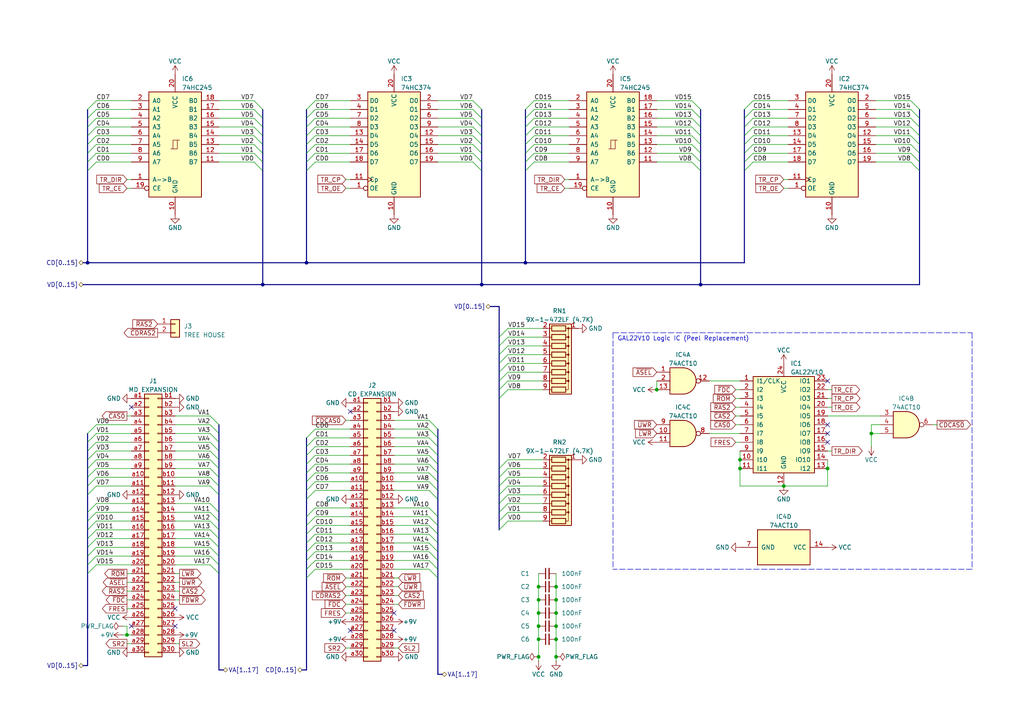
<source format=kicad_sch>
(kicad_sch (version 20250114) (generator "eeschema") (generator_version "9.0")
  (paper "A4")
  (title_block (title "MegaCD Connect BD Remake") (date "2026-01-02") (rev "V2.3") (company "Board Folk"))
  (text "GAL22V10 Logic IC (Peel Replacement)" (at 179.07 99.06 0) (effects (font (size 1.27 1.27)) (justify left bottom)))
  (junction (at 161.29 181.61))
  (junction (at 156.21 170.18))
  (junction (at 25.4 76.2))
  (junction (at 214.63 135.89))
  (junction (at 227.33 140.97))
  (junction (at 161.29 185.42))
  (junction (at 139.7 82.55))
  (junction (at 88.9 76.2))
  (junction (at 161.29 190.5))
  (junction (at 203.2 82.55))
  (junction (at 156.21 181.61))
  (junction (at 240.03 135.89))
  (junction (at 161.29 173.99))
  (junction (at 214.63 133.35))
  (junction (at 161.29 170.18))
  (junction (at 190.5 113.03))
  (junction (at 156.21 185.42))
  (junction (at 156.21 190.5))
  (junction (at 76.2 82.55))
  (junction (at 36.83 184.15))
  (junction (at 252.73 125.73))
  (junction (at 152.4 76.2))
  (junction (at 156.21 177.8))
  (junction (at 161.29 177.8))
  (junction (at 156.21 173.99))
  (no_connect (at 114.3 177.8))
  (no_connect (at 38.1 181.61))
  (no_connect (at 50.8 176.53))
  (no_connect (at 240.03 128.27))
  (no_connect (at 240.03 123.19))
  (no_connect (at 240.03 110.49))
  (no_connect (at 38.1 118.11))
  (no_connect (at 240.03 125.73))
  (no_connect (at 101.6 119.38))
  (no_connect (at 50.8 181.61))
  (no_connect (at 101.6 182.88))
  (no_connect (at 114.3 182.88))
  (bus_entry (at 60.96 148.59) (size 2.54 2.54))
  (bus_entry (at 91.44 132.08) (size -2.54 2.54))
  (bus_entry (at 147.32 151.13) (size -2.54 2.54))
  (bus_entry (at 27.94 133.35) (size -2.54 2.54))
  (bus_entry (at 73.66 41.91) (size 2.54 2.54))
  (bus_entry (at 27.94 36.83) (size -2.54 2.54))
  (bus_entry (at 91.44 137.16) (size -2.54 2.54))
  (bus_entry (at 91.44 139.7) (size -2.54 2.54))
  (bus_entry (at 73.66 34.29) (size 2.54 2.54))
  (bus_entry (at 124.46 154.94) (size 2.54 2.54))
  (bus_entry (at 91.44 127) (size -2.54 2.54))
  (bus_entry (at 27.94 156.21) (size -2.54 2.54))
  (bus_entry (at 124.46 121.92) (size 2.54 2.54))
  (bus_entry (at 218.44 31.75) (size -2.54 2.54))
  (bus_entry (at 91.44 29.21) (size -2.54 2.54))
  (bus_entry (at 124.46 142.24) (size 2.54 2.54))
  (bus_entry (at 27.94 128.27) (size -2.54 2.54))
  (bus_entry (at 73.66 44.45) (size 2.54 2.54))
  (bus_entry (at 60.96 133.35) (size 2.54 2.54))
  (bus_entry (at 147.32 143.51) (size -2.54 2.54))
  (bus_entry (at 218.44 29.21) (size -2.54 2.54))
  (bus_entry (at 91.44 31.75) (size -2.54 2.54))
  (bus_entry (at 27.94 130.81) (size -2.54 2.54))
  (bus_entry (at 60.96 140.97) (size 2.54 2.54))
  (bus_entry (at 27.94 46.99) (size -2.54 2.54))
  (bus_entry (at 147.32 110.49) (size -2.54 2.54))
  (bus_entry (at 137.16 36.83) (size 2.54 2.54))
  (bus_entry (at 218.44 36.83) (size -2.54 2.54))
  (bus_entry (at 147.32 148.59) (size -2.54 2.54))
  (bus_entry (at 137.16 44.45) (size 2.54 2.54))
  (bus_entry (at 200.66 41.91) (size 2.54 2.54))
  (bus_entry (at 91.44 162.56) (size -2.54 2.54))
  (bus_entry (at 147.32 100.33) (size -2.54 2.54))
  (bus_entry (at 154.94 31.75) (size -2.54 2.54))
  (bus_entry (at 264.16 44.45) (size 2.54 2.54))
  (bus_entry (at 73.66 36.83) (size 2.54 2.54))
  (bus_entry (at 27.94 138.43) (size -2.54 2.54))
  (bus_entry (at 218.44 44.45) (size -2.54 2.54))
  (bus_entry (at 124.46 147.32) (size 2.54 2.54))
  (bus_entry (at 124.46 124.46) (size 2.54 2.54))
  (bus_entry (at 200.66 39.37) (size 2.54 2.54))
  (bus_entry (at 27.94 41.91) (size -2.54 2.54))
  (bus_entry (at 154.94 34.29) (size -2.54 2.54))
  (bus_entry (at 27.94 148.59) (size -2.54 2.54))
  (bus_entry (at 91.44 142.24) (size -2.54 2.54))
  (bus_entry (at 60.96 163.83) (size 2.54 2.54))
  (bus_entry (at 73.66 31.75) (size 2.54 2.54))
  (bus_entry (at 147.32 113.03) (size -2.54 2.54))
  (bus_entry (at 60.96 161.29) (size 2.54 2.54))
  (bus_entry (at 73.66 39.37) (size 2.54 2.54))
  (bus_entry (at 147.32 105.41) (size -2.54 2.54))
  (bus_entry (at 91.44 134.62) (size -2.54 2.54))
  (bus_entry (at 73.66 29.21) (size 2.54 2.54))
  (bus_entry (at 91.44 147.32) (size -2.54 2.54))
  (bus_entry (at 124.46 157.48) (size 2.54 2.54))
  (bus_entry (at 147.32 95.25) (size -2.54 2.54))
  (bus_entry (at 124.46 162.56) (size 2.54 2.54))
  (bus_entry (at 137.16 41.91) (size 2.54 2.54))
  (bus_entry (at 91.44 152.4) (size -2.54 2.54))
  (bus_entry (at 91.44 154.94) (size -2.54 2.54))
  (bus_entry (at 27.94 39.37) (size -2.54 2.54))
  (bus_entry (at 91.44 39.37) (size -2.54 2.54))
  (bus_entry (at 91.44 149.86) (size -2.54 2.54))
  (bus_entry (at 91.44 36.83) (size -2.54 2.54))
  (bus_entry (at 27.94 29.21) (size -2.54 2.54))
  (bus_entry (at 27.94 146.05) (size -2.54 2.54))
  (bus_entry (at 124.46 160.02) (size 2.54 2.54))
  (bus_entry (at 60.96 123.19) (size 2.54 2.54))
  (bus_entry (at 124.46 129.54) (size 2.54 2.54))
  (bus_entry (at 264.16 46.99) (size 2.54 2.54))
  (bus_entry (at 91.44 157.48) (size -2.54 2.54))
  (bus_entry (at 27.94 34.29) (size -2.54 2.54))
  (bus_entry (at 147.32 97.79) (size -2.54 2.54))
  (bus_entry (at 60.96 151.13) (size 2.54 2.54))
  (bus_entry (at 91.44 46.99) (size -2.54 2.54))
  (bus_entry (at 154.94 41.91) (size -2.54 2.54))
  (bus_entry (at 137.16 31.75) (size 2.54 2.54))
  (bus_entry (at 91.44 129.54) (size -2.54 2.54))
  (bus_entry (at 27.94 153.67) (size -2.54 2.54))
  (bus_entry (at 60.96 128.27) (size 2.54 2.54))
  (bus_entry (at 137.16 34.29) (size 2.54 2.54))
  (bus_entry (at 60.96 146.05) (size 2.54 2.54))
  (bus_entry (at 218.44 46.99) (size -2.54 2.54))
  (bus_entry (at 137.16 46.99) (size 2.54 2.54))
  (bus_entry (at 154.94 46.99) (size -2.54 2.54))
  (bus_entry (at 27.94 125.73) (size -2.54 2.54))
  (bus_entry (at 91.44 41.91) (size -2.54 2.54))
  (bus_entry (at 60.96 120.65) (size 2.54 2.54))
  (bus_entry (at 91.44 124.46) (size -2.54 2.54))
  (bus_entry (at 124.46 152.4) (size 2.54 2.54))
  (bus_entry (at 137.16 39.37) (size 2.54 2.54))
  (bus_entry (at 27.94 135.89) (size -2.54 2.54))
  (bus_entry (at 124.46 134.62) (size 2.54 2.54))
  (bus_entry (at 154.94 39.37) (size -2.54 2.54))
  (bus_entry (at 147.32 140.97) (size -2.54 2.54))
  (bus_entry (at 147.32 146.05) (size -2.54 2.54))
  (bus_entry (at 124.46 139.7) (size 2.54 2.54))
  (bus_entry (at 73.66 46.99) (size 2.54 2.54))
  (bus_entry (at 124.46 149.86) (size 2.54 2.54))
  (bus_entry (at 154.94 36.83) (size -2.54 2.54))
  (bus_entry (at 264.16 29.21) (size 2.54 2.54))
  (bus_entry (at 27.94 161.29) (size -2.54 2.54))
  (bus_entry (at 124.46 132.08) (size 2.54 2.54))
  (bus_entry (at 218.44 34.29) (size -2.54 2.54))
  (bus_entry (at 147.32 138.43) (size -2.54 2.54))
  (bus_entry (at 154.94 29.21) (size -2.54 2.54))
  (bus_entry (at 137.16 29.21) (size 2.54 2.54))
  (bus_entry (at 154.94 44.45) (size -2.54 2.54))
  (bus_entry (at 218.44 39.37) (size -2.54 2.54))
  (bus_entry (at 91.44 160.02) (size -2.54 2.54))
  (bus_entry (at 124.46 137.16) (size 2.54 2.54))
  (bus_entry (at 27.94 31.75) (size -2.54 2.54))
  (bus_entry (at 147.32 133.35) (size -2.54 2.54))
  (bus_entry (at 264.16 36.83) (size 2.54 2.54))
  (bus_entry (at 27.94 163.83) (size -2.54 2.54))
  (bus_entry (at 91.44 44.45) (size -2.54 2.54))
  (bus_entry (at 264.16 34.29) (size 2.54 2.54))
  (bus_entry (at 60.96 135.89) (size 2.54 2.54))
  (bus_entry (at 60.96 138.43) (size 2.54 2.54))
  (bus_entry (at 60.96 158.75) (size 2.54 2.54))
  (bus_entry (at 200.66 34.29) (size 2.54 2.54))
  (bus_entry (at 147.32 107.95) (size -2.54 2.54))
  (bus_entry (at 200.66 44.45) (size 2.54 2.54))
  (bus_entry (at 27.94 123.19) (size -2.54 2.54))
  (bus_entry (at 200.66 46.99) (size 2.54 2.54))
  (bus_entry (at 27.94 44.45) (size -2.54 2.54))
  (bus_entry (at 200.66 36.83) (size 2.54 2.54))
  (bus_entry (at 147.32 102.87) (size -2.54 2.54))
  (bus_entry (at 60.96 125.73) (size 2.54 2.54))
  (bus_entry (at 91.44 165.1) (size -2.54 2.54))
  (bus_entry (at 27.94 158.75) (size -2.54 2.54))
  (bus_entry (at 147.32 135.89) (size -2.54 2.54))
  (bus_entry (at 264.16 31.75) (size 2.54 2.54))
  (bus_entry (at 124.46 165.1) (size 2.54 2.54))
  (bus_entry (at 200.66 31.75) (size 2.54 2.54))
  (bus_entry (at 27.94 151.13) (size -2.54 2.54))
  (bus_entry (at 27.94 140.97) (size -2.54 2.54))
  (bus_entry (at 200.66 29.21) (size 2.54 2.54))
  (bus_entry (at 124.46 127) (size 2.54 2.54))
  (bus_entry (at 264.16 39.37) (size 2.54 2.54))
  (bus_entry (at 60.96 130.81) (size 2.54 2.54))
  (bus_entry (at 264.16 41.91) (size 2.54 2.54))
  (bus_entry (at 91.44 34.29) (size -2.54 2.54))
  (bus_entry (at 60.96 156.21) (size 2.54 2.54))
  (bus_entry (at 218.44 41.91) (size -2.54 2.54))
  (bus_entry (at 60.96 153.67) (size 2.54 2.54))
  (bus (pts (xy 203.2 82.55) (xy 266.7 82.55)))
  (wire (pts (xy 218.44 36.83) (xy 228.6 36.83)))
  (bus (pts (xy 88.9 129.54) (xy 88.9 132.08)))
  (bus (pts (xy 25.4 34.29) (xy 25.4 36.83)))
  (wire (pts (xy 36.83 54.61) (xy 38.1 54.61)))
  (wire (pts (xy 27.94 123.19) (xy 38.1 123.19)))
  (bus (pts (xy 127 129.54) (xy 127 132.08)))
  (wire (pts (xy 91.44 154.94) (xy 101.6 154.94)))
  (bus (pts (xy 25.4 125.73) (xy 25.4 128.27)))
  (wire (pts (xy 73.66 36.83) (xy 63.5 36.83)))
  (bus (pts (xy 25.4 163.83) (xy 25.4 166.37)))
  (bus (pts (xy 25.4 130.81) (xy 25.4 133.35)))
  (bus (pts (xy 76.2 39.37) (xy 76.2 41.91)))
  (wire (pts (xy 154.94 39.37) (xy 165.1 39.37)))
  (wire (pts (xy 115.57 172.72) (xy 114.3 172.72)))
  (wire (pts (xy 218.44 46.99) (xy 228.6 46.99)))
  (wire (pts (xy 124.46 121.92) (xy 114.3 121.92)))
  (wire (pts (xy 100.33 170.18) (xy 101.6 170.18)))
  (wire (pts (xy 36.83 171.45) (xy 38.1 171.45)))
  (bus (pts (xy 88.9 142.24) (xy 88.9 144.78)))
  (bus (pts (xy 76.2 46.99) (xy 76.2 49.53)))
  (bus (pts (xy 139.7 34.29) (xy 139.7 36.83)))
  (wire (pts (xy 60.96 140.97) (xy 50.8 140.97)))
  (wire (pts (xy 264.16 34.29) (xy 254 34.29)))
  (bus (pts (xy 144.78 146.05) (xy 144.78 148.59)))
  (wire (pts (xy 264.16 39.37) (xy 254 39.37)))
  (wire (pts (xy 60.96 133.35) (xy 50.8 133.35)))
  (wire (pts (xy 115.57 187.96) (xy 114.3 187.96)))
  (bus (pts (xy 144.78 140.97) (xy 144.78 143.51)))
  (bus (pts (xy 88.9 134.62) (xy 88.9 137.16)))
  (wire (pts (xy 124.46 124.46) (xy 114.3 124.46)))
  (wire (pts (xy 154.94 34.29) (xy 165.1 34.29)))
  (wire (pts (xy 52.07 186.69) (xy 50.8 186.69)))
  (wire (pts (xy 27.94 44.45) (xy 38.1 44.45)))
  (bus (pts (xy 127 127) (xy 127 129.54)))
  (wire (pts (xy 124.46 160.02) (xy 114.3 160.02)))
  (wire (pts (xy 214.63 130.81) (xy 214.63 133.35)))
  (bus (pts (xy 63.5 143.51) (xy 63.5 148.59)))
  (wire (pts (xy 27.94 158.75) (xy 38.1 158.75)))
  (bus (pts (xy 127 124.46) (xy 127 127)))
  (wire (pts (xy 36.83 166.37) (xy 38.1 166.37)))
  (bus (pts (xy 24.13 193.04) (xy 25.4 193.04)))
  (bus (pts (xy 63.5 163.83) (xy 63.5 166.37)))
  (wire (pts (xy 36.83 168.91) (xy 38.1 168.91)))
  (wire (pts (xy 27.94 125.73) (xy 38.1 125.73)))
  (bus (pts (xy 63.5 138.43) (xy 63.5 140.97)))
  (wire (pts (xy 27.94 146.05) (xy 38.1 146.05)))
  (wire (pts (xy 214.63 140.97) (xy 227.33 140.97)))
  (wire (pts (xy 213.36 123.19) (xy 214.63 123.19)))
  (wire (pts (xy 137.16 29.21) (xy 127 29.21)))
  (wire (pts (xy 100.33 187.96) (xy 101.6 187.96)))
  (bus (pts (xy 63.5 133.35) (xy 63.5 135.89)))
  (wire (pts (xy 60.96 130.81) (xy 50.8 130.81)))
  (wire (pts (xy 36.83 173.99) (xy 38.1 173.99)))
  (wire (pts (xy 240.03 113.03) (xy 241.3 113.03)))
  (bus (pts (xy 88.9 46.99) (xy 88.9 49.53)))
  (wire (pts (xy 91.44 137.16) (xy 101.6 137.16)))
  (wire (pts (xy 240.03 135.89) (xy 240.03 140.97)))
  (bus (pts (xy 88.9 132.08) (xy 88.9 134.62)))
  (wire (pts (xy 270.51 123.19) (xy 271.78 123.19)))
  (wire (pts (xy 91.44 124.46) (xy 101.6 124.46)))
  (wire (pts (xy 73.66 29.21) (xy 63.5 29.21)))
  (bus (pts (xy 152.4 36.83) (xy 152.4 39.37)))
  (bus (pts (xy 127 132.08) (xy 127 134.62)))
  (wire (pts (xy 124.46 162.56) (xy 114.3 162.56)))
  (bus (pts (xy 88.9 160.02) (xy 88.9 162.56)))
  (bus (pts (xy 127 165.1) (xy 127 167.64)))
  (wire (pts (xy 91.44 36.83) (xy 101.6 36.83)))
  (wire (pts (xy 147.32 148.59) (xy 157.48 148.59)))
  (bus (pts (xy 88.9 149.86) (xy 88.9 152.4)))
  (wire (pts (xy 240.03 133.35) (xy 240.03 135.89)))
  (bus (pts (xy 266.7 31.75) (xy 266.7 34.29)))
  (bus (pts (xy 144.78 135.89) (xy 144.78 138.43)))
  (bus (pts (xy 88.9 36.83) (xy 88.9 39.37)))
  (bus (pts (xy 139.7 41.91) (xy 139.7 44.45)))
  (wire (pts (xy 147.32 143.51) (xy 157.48 143.51)))
  (bus (pts (xy 25.4 133.35) (xy 25.4 135.89)))
  (bus (pts (xy 139.7 39.37) (xy 139.7 41.91)))
  (bus (pts (xy 215.9 36.83) (xy 215.9 39.37)))
  (wire (pts (xy 27.94 156.21) (xy 38.1 156.21)))
  (polyline (pts (xy 281.94 96.52) (xy 281.94 165.1)) (stroke (width 0) (type dash)))
  (bus (pts (xy 24.13 82.55) (xy 76.2 82.55)))
  (wire (pts (xy 147.32 151.13) (xy 157.48 151.13)))
  (bus (pts (xy 88.9 144.78) (xy 88.9 149.86)))
  (wire (pts (xy 124.46 147.32) (xy 114.3 147.32)))
  (bus (pts (xy 152.4 76.2) (xy 215.9 76.2)))
  (bus (pts (xy 25.4 76.2) (xy 88.9 76.2)))
  (wire (pts (xy 214.63 135.89) (xy 214.63 140.97)))
  (bus (pts (xy 88.9 162.56) (xy 88.9 165.1)))
  (wire (pts (xy 124.46 142.24) (xy 114.3 142.24)))
  (bus (pts (xy 88.9 39.37) (xy 88.9 41.91)))
  (wire (pts (xy 156.21 166.37) (xy 156.21 170.18)))
  (wire (pts (xy 156.21 177.8) (xy 156.21 181.61)))
  (wire (pts (xy 60.96 128.27) (xy 50.8 128.27)))
  (bus (pts (xy 76.2 44.45) (xy 76.2 46.99)))
  (bus (pts (xy 88.9 49.53) (xy 88.9 76.2)))
  (wire (pts (xy 213.36 113.03) (xy 214.63 113.03)))
  (wire (pts (xy 60.96 125.73) (xy 50.8 125.73)))
  (bus (pts (xy 25.4 46.99) (xy 25.4 49.53)))
  (wire (pts (xy 147.32 95.25) (xy 157.48 95.25)))
  (bus (pts (xy 127 195.58) (xy 127 167.64)))
  (bus (pts (xy 25.4 161.29) (xy 25.4 163.83)))
  (bus (pts (xy 266.7 36.83) (xy 266.7 39.37)))
  (wire (pts (xy 60.96 120.65) (xy 50.8 120.65)))
  (bus (pts (xy 76.2 49.53) (xy 76.2 82.55)))
  (wire (pts (xy 137.16 41.91) (xy 127 41.91)))
  (bus (pts (xy 88.9 137.16) (xy 88.9 139.7)))
  (bus (pts (xy 266.7 44.45) (xy 266.7 46.99)))
  (bus (pts (xy 25.4 44.45) (xy 25.4 46.99)))
  (wire (pts (xy 154.94 36.83) (xy 165.1 36.83)))
  (bus (pts (xy 215.9 41.91) (xy 215.9 44.45)))
  (wire (pts (xy 27.94 34.29) (xy 38.1 34.29)))
  (wire (pts (xy 100.33 175.26) (xy 101.6 175.26)))
  (bus (pts (xy 266.7 34.29) (xy 266.7 36.83)))
  (wire (pts (xy 91.44 160.02) (xy 101.6 160.02)))
  (wire (pts (xy 264.16 31.75) (xy 254 31.75)))
  (bus (pts (xy 63.5 123.19) (xy 63.5 125.73)))
  (wire (pts (xy 255.27 123.19) (xy 252.73 123.19)))
  (wire (pts (xy 91.44 39.37) (xy 101.6 39.37)))
  (wire (pts (xy 218.44 29.21) (xy 228.6 29.21)))
  (bus (pts (xy 88.9 34.29) (xy 88.9 36.83)))
  (bus (pts (xy 25.4 193.04) (xy 25.4 166.37)))
  (bus (pts (xy 266.7 41.91) (xy 266.7 44.45)))
  (wire (pts (xy 147.32 100.33) (xy 157.48 100.33)))
  (bus (pts (xy 139.7 49.53) (xy 139.7 82.55)))
  (bus (pts (xy 63.5 161.29) (xy 63.5 163.83)))
  (bus (pts (xy 127 160.02) (xy 127 162.56)))
  (bus (pts (xy 139.7 46.99) (xy 139.7 49.53)))
  (bus (pts (xy 203.2 49.53) (xy 203.2 82.55)))
  (bus (pts (xy 88.9 194.31) (xy 88.9 167.64)))
  (wire (pts (xy 147.32 102.87) (xy 157.48 102.87)))
  (wire (pts (xy 27.94 138.43) (xy 38.1 138.43)))
  (wire (pts (xy 137.16 31.75) (xy 127 31.75)))
  (wire (pts (xy 91.44 157.48) (xy 101.6 157.48)))
  (bus (pts (xy 152.4 39.37) (xy 152.4 41.91)))
  (bus (pts (xy 203.2 31.75) (xy 203.2 34.29)))
  (wire (pts (xy 161.29 166.37) (xy 161.29 170.18)))
  (wire (pts (xy 73.66 39.37) (xy 63.5 39.37)))
  (wire (pts (xy 264.16 46.99) (xy 254 46.99)))
  (polyline (pts (xy 281.94 165.1) (xy 177.8 165.1)) (stroke (width 0) (type dash)))
  (wire (pts (xy 124.46 127) (xy 114.3 127)))
  (bus (pts (xy 76.2 41.91) (xy 76.2 44.45)))
  (bus (pts (xy 215.9 31.75) (xy 215.9 34.29)))
  (wire (pts (xy 147.32 107.95) (xy 157.48 107.95)))
  (wire (pts (xy 156.21 181.61) (xy 156.21 185.42)))
  (wire (pts (xy 124.46 149.86) (xy 114.3 149.86)))
  (wire (pts (xy 91.44 132.08) (xy 101.6 132.08)))
  (wire (pts (xy 264.16 36.83) (xy 254 36.83)))
  (bus (pts (xy 88.9 127) (xy 88.9 129.54)))
  (bus (pts (xy 128.27 195.58) (xy 127 195.58)))
  (bus (pts (xy 64.77 194.31) (xy 63.5 194.31)))
  (wire (pts (xy 91.44 152.4) (xy 101.6 152.4)))
  (bus (pts (xy 142.24 88.9) (xy 144.78 88.9)))
  (wire (pts (xy 213.36 128.27) (xy 214.63 128.27)))
  (wire (pts (xy 100.33 167.64) (xy 101.6 167.64)))
  (bus (pts (xy 88.9 44.45) (xy 88.9 46.99)))
  (wire (pts (xy 27.94 39.37) (xy 38.1 39.37)))
  (bus (pts (xy 144.78 151.13) (xy 144.78 153.67)))
  (wire (pts (xy 124.46 152.4) (xy 114.3 152.4)))
  (bus (pts (xy 88.9 157.48) (xy 88.9 160.02)))
  (wire (pts (xy 52.07 173.99) (xy 50.8 173.99)))
  (bus (pts (xy 63.5 194.31) (xy 63.5 166.37)))
  (wire (pts (xy 200.66 41.91) (xy 190.5 41.91)))
  (bus (pts (xy 144.78 97.79) (xy 144.78 88.9)))
  (bus (pts (xy 63.5 140.97) (xy 63.5 143.51)))
  (bus (pts (xy 63.5 151.13) (xy 63.5 153.67)))
  (wire (pts (xy 218.44 34.29) (xy 228.6 34.29)))
  (bus (pts (xy 152.4 44.45) (xy 152.4 46.99)))
  (polyline (pts (xy 177.8 96.52) (xy 177.8 165.1)) (stroke (width 0) (type dash)))
  (wire (pts (xy 200.66 44.45) (xy 190.5 44.45)))
  (bus (pts (xy 127 149.86) (xy 127 152.4)))
  (wire (pts (xy 154.94 46.99) (xy 165.1 46.99)))
  (wire (pts (xy 154.94 31.75) (xy 165.1 31.75)))
  (bus (pts (xy 144.78 138.43) (xy 144.78 140.97)))
  (bus (pts (xy 25.4 148.59) (xy 25.4 151.13)))
  (bus (pts (xy 127 134.62) (xy 127 137.16)))
  (wire (pts (xy 60.96 146.05) (xy 50.8 146.05)))
  (bus (pts (xy 144.78 113.03) (xy 144.78 115.57)))
  (bus (pts (xy 215.9 49.53) (xy 215.9 76.2)))
  (wire (pts (xy 147.32 133.35) (xy 157.48 133.35)))
  (bus (pts (xy 24.13 76.2) (xy 25.4 76.2)))
  (bus (pts (xy 127 152.4) (xy 127 154.94)))
  (wire (pts (xy 137.16 39.37) (xy 127 39.37)))
  (wire (pts (xy 147.32 138.43) (xy 157.48 138.43)))
  (wire (pts (xy 60.96 151.13) (xy 50.8 151.13)))
  (wire (pts (xy 36.83 181.61) (xy 36.83 184.15)))
  (wire (pts (xy 124.46 157.48) (xy 114.3 157.48)))
  (wire (pts (xy 213.36 115.57) (xy 214.63 115.57)))
  (bus (pts (xy 203.2 36.83) (xy 203.2 39.37)))
  (wire (pts (xy 200.66 34.29) (xy 190.5 34.29)))
  (bus (pts (xy 127 139.7) (xy 127 142.24)))
  (wire (pts (xy 36.83 52.07) (xy 38.1 52.07)))
  (wire (pts (xy 156.21 170.18) (xy 156.21 173.99)))
  (bus (pts (xy 88.9 76.2) (xy 152.4 76.2)))
  (wire (pts (xy 147.32 105.41) (xy 157.48 105.41)))
  (bus (pts (xy 152.4 34.29) (xy 152.4 36.83)))
  (bus (pts (xy 25.4 158.75) (xy 25.4 161.29)))
  (wire (pts (xy 264.16 41.91) (xy 254 41.91)))
  (bus (pts (xy 88.9 41.91) (xy 88.9 44.45)))
  (wire (pts (xy 27.94 148.59) (xy 38.1 148.59)))
  (wire (pts (xy 27.94 153.67) (xy 38.1 153.67)))
  (wire (pts (xy 100.33 54.61) (xy 101.6 54.61)))
  (wire (pts (xy 156.21 185.42) (xy 156.21 190.5)))
  (wire (pts (xy 52.07 166.37) (xy 50.8 166.37)))
  (bus (pts (xy 63.5 153.67) (xy 63.5 156.21)))
  (bus (pts (xy 139.7 31.75) (xy 139.7 34.29)))
  (bus (pts (xy 266.7 39.37) (xy 266.7 41.91)))
  (wire (pts (xy 137.16 34.29) (xy 127 34.29)))
  (wire (pts (xy 60.96 123.19) (xy 50.8 123.19)))
  (bus (pts (xy 88.9 154.94) (xy 88.9 157.48)))
  (wire (pts (xy 91.44 41.91) (xy 101.6 41.91)))
  (wire (pts (xy 154.94 29.21) (xy 165.1 29.21)))
  (bus (pts (xy 144.78 105.41) (xy 144.78 107.95)))
  (bus (pts (xy 215.9 39.37) (xy 215.9 41.91)))
  (wire (pts (xy 240.03 130.81) (xy 241.3 130.81)))
  (bus (pts (xy 144.78 110.49) (xy 144.78 113.03)))
  (wire (pts (xy 147.32 135.89) (xy 157.48 135.89)))
  (wire (pts (xy 27.94 140.97) (xy 38.1 140.97)))
  (bus (pts (xy 88.9 152.4) (xy 88.9 154.94)))
  (wire (pts (xy 190.5 110.49) (xy 190.5 113.03)))
  (bus (pts (xy 63.5 156.21) (xy 63.5 158.75)))
  (bus (pts (xy 25.4 140.97) (xy 25.4 143.51)))
  (bus (pts (xy 215.9 46.99) (xy 215.9 49.53)))
  (bus (pts (xy 215.9 34.29) (xy 215.9 36.83)))
  (bus (pts (xy 25.4 36.83) (xy 25.4 39.37)))
  (wire (pts (xy 100.33 52.07) (xy 101.6 52.07)))
  (wire (pts (xy 218.44 41.91) (xy 228.6 41.91)))
  (wire (pts (xy 91.44 134.62) (xy 101.6 134.62)))
  (wire (pts (xy 27.94 161.29) (xy 38.1 161.29)))
  (wire (pts (xy 91.44 165.1) (xy 101.6 165.1)))
  (bus (pts (xy 25.4 151.13) (xy 25.4 153.67)))
  (wire (pts (xy 52.07 171.45) (xy 50.8 171.45)))
  (wire (pts (xy 240.03 120.65) (xy 255.27 120.65)))
  (wire (pts (xy 124.46 139.7) (xy 114.3 139.7)))
  (bus (pts (xy 127 144.78) (xy 127 149.86)))
  (wire (pts (xy 252.73 123.19) (xy 252.73 125.73)))
  (wire (pts (xy 213.36 120.65) (xy 214.63 120.65)))
  (bus (pts (xy 139.7 82.55) (xy 203.2 82.55)))
  (wire (pts (xy 124.46 165.1) (xy 114.3 165.1)))
  (wire (pts (xy 91.44 29.21) (xy 101.6 29.21)))
  (wire (pts (xy 73.66 46.99) (xy 63.5 46.99)))
  (wire (pts (xy 218.44 39.37) (xy 228.6 39.37)))
  (wire (pts (xy 227.33 54.61) (xy 228.6 54.61)))
  (wire (pts (xy 60.96 163.83) (xy 50.8 163.83)))
  (wire (pts (xy 227.33 52.07) (xy 228.6 52.07)))
  (wire (pts (xy 91.44 149.86) (xy 101.6 149.86)))
  (wire (pts (xy 27.94 41.91) (xy 38.1 41.91)))
  (wire (pts (xy 154.94 41.91) (xy 165.1 41.91)))
  (wire (pts (xy 200.66 29.21) (xy 190.5 29.21)))
  (wire (pts (xy 60.96 156.21) (xy 50.8 156.21)))
  (wire (pts (xy 91.44 147.32) (xy 101.6 147.32)))
  (wire (pts (xy 156.21 190.5) (xy 156.21 191.77)))
  (wire (pts (xy 264.16 44.45) (xy 254 44.45)))
  (bus (pts (xy 76.2 34.29) (xy 76.2 36.83)))
  (wire (pts (xy 214.63 133.35) (xy 214.63 135.89)))
  (bus (pts (xy 127 157.48) (xy 127 160.02)))
  (bus (pts (xy 144.78 115.57) (xy 144.78 135.89)))
  (bus (pts (xy 88.9 165.1) (xy 88.9 167.64)))
  (bus (pts (xy 144.78 102.87) (xy 144.78 105.41)))
  (wire (pts (xy 124.46 137.16) (xy 114.3 137.16)))
  (bus (pts (xy 152.4 31.75) (xy 152.4 34.29)))
  (bus (pts (xy 139.7 44.45) (xy 139.7 46.99)))
  (bus (pts (xy 203.2 34.29) (xy 203.2 36.83)))
  (wire (pts (xy 27.94 151.13) (xy 38.1 151.13)))
  (wire (pts (xy 91.44 127) (xy 101.6 127)))
  (wire (pts (xy 35.56 184.15) (xy 36.83 184.15)))
  (wire (pts (xy 35.56 181.61) (xy 36.83 181.61)))
  (wire (pts (xy 73.66 44.45) (xy 63.5 44.45)))
  (bus (pts (xy 152.4 46.99) (xy 152.4 49.53)))
  (wire (pts (xy 115.57 167.64) (xy 114.3 167.64)))
  (polyline (pts (xy 177.8 96.52) (xy 281.94 96.52)) (stroke (width 0) (type dash)))
  (wire (pts (xy 161.29 190.5) (xy 161.29 191.77)))
  (wire (pts (xy 115.57 170.18) (xy 114.3 170.18)))
  (bus (pts (xy 76.2 31.75) (xy 76.2 34.29)))
  (bus (pts (xy 144.78 107.95) (xy 144.78 110.49)))
  (wire (pts (xy 154.94 44.45) (xy 165.1 44.45)))
  (bus (pts (xy 63.5 128.27) (xy 63.5 130.81)))
  (bus (pts (xy 152.4 41.91) (xy 152.4 44.45)))
  (wire (pts (xy 27.94 31.75) (xy 38.1 31.75)))
  (wire (pts (xy 36.83 186.69) (xy 38.1 186.69)))
  (wire (pts (xy 60.96 161.29) (xy 50.8 161.29)))
  (wire (pts (xy 240.03 118.11) (xy 241.3 118.11)))
  (bus (pts (xy 152.4 49.53) (xy 152.4 76.2)))
  (wire (pts (xy 60.96 153.67) (xy 50.8 153.67)))
  (wire (pts (xy 137.16 44.45) (xy 127 44.45)))
  (bus (pts (xy 25.4 135.89) (xy 25.4 138.43)))
  (bus (pts (xy 87.63 194.31) (xy 88.9 194.31)))
  (wire (pts (xy 100.33 172.72) (xy 101.6 172.72)))
  (wire (pts (xy 213.36 118.11) (xy 214.63 118.11)))
  (bus (pts (xy 88.9 31.75) (xy 88.9 34.29)))
  (wire (pts (xy 200.66 46.99) (xy 190.5 46.99)))
  (wire (pts (xy 252.73 125.73) (xy 255.27 125.73)))
  (wire (pts (xy 200.66 36.83) (xy 190.5 36.83)))
  (bus (pts (xy 76.2 82.55) (xy 139.7 82.55)))
  (bus (pts (xy 144.78 148.59) (xy 144.78 151.13)))
  (wire (pts (xy 60.96 158.75) (xy 50.8 158.75)))
  (wire (pts (xy 124.46 154.94) (xy 114.3 154.94)))
  (wire (pts (xy 137.16 46.99) (xy 127 46.99)))
  (wire (pts (xy 200.66 31.75) (xy 190.5 31.75)))
  (bus (pts (xy 25.4 49.53) (xy 25.4 76.2)))
  (wire (pts (xy 163.83 54.61) (xy 165.1 54.61)))
  (bus (pts (xy 76.2 36.83) (xy 76.2 39.37)))
  (bus (pts (xy 25.4 39.37) (xy 25.4 41.91)))
  (wire (pts (xy 240.03 115.57) (xy 241.3 115.57)))
  (wire (pts (xy 147.32 140.97) (xy 157.48 140.97)))
  (wire (pts (xy 137.16 36.83) (xy 127 36.83)))
  (wire (pts (xy 100.33 177.8) (xy 101.6 177.8)))
  (wire (pts (xy 147.32 146.05) (xy 157.48 146.05)))
  (bus (pts (xy 25.4 143.51) (xy 25.4 148.59)))
  (wire (pts (xy 27.94 128.27) (xy 38.1 128.27)))
  (bus (pts (xy 203.2 41.91) (xy 203.2 44.45)))
  (wire (pts (xy 27.94 29.21) (xy 38.1 29.21)))
  (wire (pts (xy 147.32 113.03) (xy 157.48 113.03)))
  (bus (pts (xy 203.2 46.99) (xy 203.2 49.53)))
  (bus (pts (xy 63.5 148.59) (xy 63.5 151.13)))
  (bus (pts (xy 25.4 128.27) (xy 25.4 130.81)))
  (wire (pts (xy 36.83 176.53) (xy 38.1 176.53)))
  (bus (pts (xy 127 154.94) (xy 127 157.48)))
  (wire (pts (xy 91.44 142.24) (xy 101.6 142.24)))
  (wire (pts (xy 161.29 177.8) (xy 161.29 181.61)))
  (wire (pts (xy 124.46 132.08) (xy 114.3 132.08)))
  (bus (pts (xy 144.78 143.51) (xy 144.78 146.05)))
  (wire (pts (xy 205.74 110.49) (xy 214.63 110.49)))
  (bus (pts (xy 25.4 153.67) (xy 25.4 156.21)))
  (wire (pts (xy 163.83 52.07) (xy 165.1 52.07)))
  (wire (pts (xy 240.03 140.97) (xy 227.33 140.97)))
  (bus (pts (xy 25.4 138.43) (xy 25.4 140.97)))
  (wire (pts (xy 27.94 133.35) (xy 38.1 133.35)))
  (wire (pts (xy 147.32 110.49) (xy 157.48 110.49)))
  (bus (pts (xy 127 137.16) (xy 127 139.7)))
  (wire (pts (xy 100.33 121.92) (xy 101.6 121.92)))
  (wire (pts (xy 124.46 129.54) (xy 114.3 129.54)))
  (wire (pts (xy 252.73 125.73) (xy 252.73 129.54)))
  (wire (pts (xy 200.66 39.37) (xy 190.5 39.37)))
  (wire (pts (xy 115.57 175.26) (xy 114.3 175.26)))
  (wire (pts (xy 91.44 129.54) (xy 101.6 129.54)))
  (bus (pts (xy 203.2 44.45) (xy 203.2 46.99)))
  (bus (pts (xy 266.7 49.53) (xy 266.7 82.55)))
  (wire (pts (xy 161.29 181.61) (xy 161.29 185.42)))
  (wire (pts (xy 91.44 34.29) (xy 101.6 34.29)))
  (wire (pts (xy 73.66 31.75) (xy 63.5 31.75)))
  (wire (pts (xy 73.66 41.91) (xy 63.5 41.91)))
  (wire (pts (xy 27.94 130.81) (xy 38.1 130.81)))
  (wire (pts (xy 205.74 125.73) (xy 214.63 125.73)))
  (wire (pts (xy 161.29 185.42) (xy 161.29 190.5)))
  (bus (pts (xy 127 162.56) (xy 127 165.1)))
  (wire (pts (xy 73.66 34.29) (xy 63.5 34.29)))
  (wire (pts (xy 218.44 44.45) (xy 228.6 44.45)))
  (bus (pts (xy 127 142.24) (xy 127 144.78)))
  (wire (pts (xy 36.83 120.65) (xy 38.1 120.65)))
  (bus (pts (xy 63.5 130.81) (xy 63.5 133.35)))
  (bus (pts (xy 25.4 31.75) (xy 25.4 34.29)))
  (bus (pts (xy 203.2 39.37) (xy 203.2 41.91)))
  (wire (pts (xy 147.32 97.79) (xy 157.48 97.79)))
  (bus (pts (xy 25.4 156.21) (xy 25.4 158.75)))
  (wire (pts (xy 52.07 168.91) (xy 50.8 168.91)))
  (bus (pts (xy 144.78 97.79) (xy 144.78 100.33)))
  (wire (pts (xy 60.96 138.43) (xy 50.8 138.43)))
  (wire (pts (xy 60.96 135.89) (xy 50.8 135.89)))
  (wire (pts (xy 27.94 163.83) (xy 38.1 163.83)))
  (wire (pts (xy 60.96 148.59) (xy 50.8 148.59)))
  (wire (pts (xy 27.94 36.83) (xy 38.1 36.83)))
  (bus (pts (xy 139.7 36.83) (xy 139.7 39.37)))
  (bus (pts (xy 25.4 41.91) (xy 25.4 44.45)))
  (bus (pts (xy 266.7 46.99) (xy 266.7 49.53)))
  (bus (pts (xy 63.5 135.89) (xy 63.5 138.43)))
  (wire (pts (xy 91.44 162.56) (xy 101.6 162.56)))
  (bus (pts (xy 63.5 158.75) (xy 63.5 161.29)))
  (wire (pts (xy 91.44 31.75) (xy 101.6 31.75)))
  (wire (pts (xy 161.29 173.99) (xy 161.29 177.8)))
  (wire (pts (xy 27.94 46.99) (xy 38.1 46.99)))
  (wire (pts (xy 218.44 31.75) (xy 228.6 31.75)))
  (wire (pts (xy 91.44 46.99) (xy 101.6 46.99)))
  (wire (pts (xy 27.94 135.89) (xy 38.1 135.89)))
  (bus (pts (xy 63.5 125.73) (xy 63.5 128.27)))
  (wire (pts (xy 264.16 29.21) (xy 254 29.21)))
  (bus (pts (xy 215.9 44.45) (xy 215.9 46.99)))
  (wire (pts (xy 156.21 173.99) (xy 156.21 177.8)))
  (wire (pts (xy 161.29 170.18) (xy 161.29 173.99)))
  (wire (pts (xy 124.46 134.62) (xy 114.3 134.62)))
  (wire (pts (xy 36.83 184.15) (xy 38.1 184.15)))
  (bus (pts (xy 88.9 139.7) (xy 88.9 142.24)))
  (bus (pts (xy 144.78 100.33) (xy 144.78 102.87)))
  (wire (pts (xy 91.44 44.45) (xy 101.6 44.45)))
  (wire (pts (xy 91.44 139.7) (xy 101.6 139.7)))
  (label "VD6" (at 73.66 31.75 180))
  (label "VD5" (at 73.66 34.29 180))
  (label "VA13" (at 124.46 154.94 180))
  (label "VA7" (at 124.46 137.16 180))
  (label "VD3" (at 147.32 143.51 0))
  (label "VA3" (at 124.46 127 180))
  (label "VD9" (at 27.94 148.59 0))
  (label "CD0" (at 27.94 46.99 0))
  (label "CD5" (at 91.44 137.16 0))
  (label "CD10" (at 154.94 41.91 0))
  (label "CD12" (at 154.94 36.83 0))
  (label "VD8" (at 147.32 113.03 0))
  (label "VA16" (at 124.46 162.56 180))
  (label "CD10" (at 218.44 41.91 0))
  (label "CD11" (at 91.44 154.94 0))
  (label "CD1" (at 91.44 44.45 0))
  (label "VD6" (at 27.94 138.43 0))
  (label "VD7" (at 27.94 140.97 0))
  (label "VA12" (at 60.96 151.13 180))
  (label "CD2" (at 91.44 129.54 0))
  (label "VD5" (at 137.16 34.29 180))
  (label "VD13" (at 27.94 158.75 0))
  (label "VD1" (at 73.66 44.45 180))
  (label "VA6" (at 60.96 133.35 180))
  (label "VD3" (at 27.94 130.81 0))
  (label "VA10" (at 124.46 147.32 180))
  (label "CD5" (at 27.94 34.29 0))
  (label "VD1" (at 147.32 148.59 0))
  (label "VD0" (at 27.94 123.19 0))
  (label "VD12" (at 27.94 156.21 0))
  (label "VD4" (at 27.94 133.35 0))
  (label "VD7" (at 147.32 133.35 0))
  (label "VD8" (at 27.94 146.05 0))
  (label "VD14" (at 200.66 31.75 180))
  (label "VD2" (at 147.32 146.05 0))
  (label "VD9" (at 147.32 110.49 0))
  (label "CD0" (at 91.44 124.46 0))
  (label "VA2" (at 60.96 123.19 180))
  (label "VA1" (at 60.96 120.65 180))
  (label "VA17" (at 124.46 165.1 180))
  (label "VA13" (at 60.96 153.67 180))
  (label "VD14" (at 147.32 97.79 0))
  (label "VD14" (at 264.16 31.75 180))
  (label "VA11" (at 60.96 148.59 180))
  (label "VA6" (at 124.46 134.62 180))
  (label "CD7" (at 91.44 29.21 0))
  (label "VA5" (at 60.96 130.81 180))
  (label "VD12" (at 264.16 36.83 180))
  (label "VA8" (at 124.46 139.7 180))
  (label "CD15" (at 154.94 29.21 0))
  (label "VD6" (at 147.32 135.89 0))
  (label "VD4" (at 147.32 140.97 0))
  (label "CD12" (at 218.44 36.83 0))
  (label "CD8" (at 218.44 46.99 0))
  (label "VD1" (at 27.94 125.73 0))
  (label "VD12" (at 147.32 102.87 0))
  (label "CD0" (at 91.44 46.99 0))
  (label "CD12" (at 91.44 157.48 0))
  (label "CD14" (at 154.94 31.75 0))
  (label "VA14" (at 124.46 157.48 180))
  (label "CD8" (at 91.44 147.32 0))
  (label "CD6" (at 91.44 139.7 0))
  (label "CD9" (at 154.94 44.45 0))
  (label "VA3" (at 60.96 125.73 180))
  (label "VA7" (at 60.96 135.89 180))
  (label "VA11" (at 124.46 149.86 180))
  (label "VD2" (at 137.16 41.91 180))
  (label "VA8" (at 60.96 138.43 180))
  (label "VA16" (at 60.96 161.29 180))
  (label "VD4" (at 73.66 36.83 180))
  (label "VA9" (at 124.46 142.24 180))
  (label "VD10" (at 147.32 107.95 0))
  (label "VA14" (at 60.96 156.21 180))
  (label "VD9" (at 200.66 44.45 180))
  (label "VA15" (at 60.96 158.75 180))
  (label "CD6" (at 27.94 31.75 0))
  (label "CD13" (at 218.44 34.29 0))
  (label "VA15" (at 124.46 160.02 180))
  (label "VD15" (at 147.32 95.25 0))
  (label "VD13" (at 264.16 34.29 180))
  (label "VD2" (at 27.94 128.27 0))
  (label "VD1" (at 137.16 44.45 180))
  (label "CD14" (at 218.44 31.75 0))
  (label "CD9" (at 91.44 149.86 0))
  (label "CD4" (at 27.94 36.83 0))
  (label "VA9" (at 60.96 140.97 180))
  (label "VA10" (at 60.96 146.05 180))
  (label "VD15" (at 200.66 29.21 180))
  (label "VD5" (at 27.94 135.89 0))
  (label "VD11" (at 27.94 153.67 0))
  (label "CD7" (at 27.94 29.21 0))
  (label "CD3" (at 91.44 39.37 0))
  (label "VD4" (at 137.16 36.83 180))
  (label "VD3" (at 137.16 39.37 180))
  (label "VD10" (at 264.16 41.91 180))
  (label "CD15" (at 218.44 29.21 0))
  (label "VD9" (at 264.16 44.45 180))
  (label "CD5" (at 91.44 34.29 0))
  (label "CD14" (at 91.44 162.56 0))
  (label "VD11" (at 200.66 39.37 180))
  (label "CD15" (at 91.44 165.1 0))
  (label "VA17" (at 60.96 163.83 180))
  (label "CD3" (at 91.44 132.08 0))
  (label "CD8" (at 154.94 46.99 0))
  (label "VA4" (at 60.96 128.27 180))
  (label "VD13" (at 200.66 34.29 180))
  (label "VD0" (at 73.66 46.99 180))
  (label "CD4" (at 91.44 134.62 0))
  (label "CD3" (at 27.94 39.37 0))
  (label "CD9" (at 218.44 44.45 0))
  (label "VD8" (at 264.16 46.99 180))
  (label "VD13" (at 147.32 100.33 0))
  (label "VD0" (at 137.16 46.99 180))
  (label "VD7" (at 137.16 29.21 180))
  (label "VD3" (at 73.66 39.37 180))
  (label "CD11" (at 154.94 39.37 0))
  (label "VD8" (at 200.66 46.99 180))
  (label "VA5" (at 124.46 132.08 180))
  (label "VD15" (at 27.94 163.83 0))
  (label "CD2" (at 91.44 41.91 0))
  (label "VD2" (at 73.66 41.91 180))
  (label "VA12" (at 124.46 152.4 180))
  (label "VD11" (at 264.16 39.37 180))
  (label "VD11" (at 147.32 105.41 0))
  (label "CD4" (at 91.44 36.83 0))
  (label "VD12" (at 200.66 36.83 180))
  (label "VA4" (at 124.46 129.54 180))
  (label "VD5" (at 147.32 138.43 0))
  (label "CD6" (at 91.44 31.75 0))
  (label "VD7" (at 73.66 29.21 180))
  (label "CD2" (at 27.94 41.91 0))
  (label "CD1" (at 91.44 127 0))
  (label "CD1" (at 27.94 44.45 0))
  (label "VD10" (at 200.66 41.91 180))
  (label "CD11" (at 218.44 39.37 0))
  (label "VA1" (at 124.46 121.92 180))
  (label "VD14" (at 27.94 161.29 0))
  (label "VD10" (at 27.94 151.13 0))
  (label "CD10" (at 91.44 152.4 0))
  (label "CD13" (at 91.44 160.02 0))
  (label "CD13" (at 154.94 34.29 0))
  (label "VD15" (at 264.16 29.21 180))
  (label "CD7" (at 91.44 142.24 0))
  (label "VA2" (at 124.46 124.46 180))
  (label "VD6" (at 137.16 31.75 180))
  (label "VD0" (at 147.32 151.13 0))
  (global_label "~{UWR}" (shape input) (at 115.57 170.18 0) (property "Intersheetrefs" "${INTERSHEET_REFS}" (effects (hide yes))))
  (global_label "~{CAS2}" (shape input) (at 213.36 120.65 180) (property "Intersheetrefs" "${INTERSHEET_REFS}" (effects (hide yes))))
  (global_label "~{CAS2}" (shape output) (at 52.07 171.45 0) (property "Intersheetrefs" "${INTERSHEET_REFS}" (effects (hide yes))))
  (global_label "TR_CE" (shape input) (at 163.83 54.61 180) (property "Intersheetrefs" "${INTERSHEET_REFS}" (effects (hide yes))))
  (global_label "~{CDRAS2}" (shape input) (at 100.33 172.72 180) (property "Intersheetrefs" "${INTERSHEET_REFS}" (effects (hide yes))))
  (global_label "~{CDCAS0}" (shape output) (at 271.78 123.19 0) (property "Intersheetrefs" "${INTERSHEET_REFS}" (effects (hide yes))))
  (global_label "TR_CP" (shape input) (at 227.33 52.07 180) (property "Intersheetrefs" "${INTERSHEET_REFS}" (effects (hide yes))))
  (global_label "~{ASEL}" (shape input) (at 190.5 107.95 180) (property "Intersheetrefs" "${INTERSHEET_REFS}" (effects (hide yes))))
  (global_label "TR_DIR" (shape output) (at 241.3 130.81 0) (property "Intersheetrefs" "${INTERSHEET_REFS}" (effects (hide yes))))
  (global_label "~{LWR}" (shape output) (at 52.07 166.37 0) (property "Intersheetrefs" "${INTERSHEET_REFS}" (effects (hide yes))))
  (global_label "~{FDWR}" (shape input) (at 115.57 175.26 0) (property "Intersheetrefs" "${INTERSHEET_REFS}" (effects (hide yes))))
  (global_label "TR_DIR" (shape input) (at 36.83 52.07 180) (property "Intersheetrefs" "${INTERSHEET_REFS}" (effects (hide yes))))
  (global_label "FRES" (shape input) (at 100.33 177.8 180) (property "Intersheetrefs" "${INTERSHEET_REFS}" (effects (hide yes))))
  (global_label "TR_CE" (shape input) (at 36.83 54.61 180) (property "Intersheetrefs" "${INTERSHEET_REFS}" (effects (hide yes))))
  (global_label "SR2" (shape input) (at 100.33 187.96 180) (property "Intersheetrefs" "${INTERSHEET_REFS}" (effects (hide yes))))
  (global_label "~{ASEL}" (shape input) (at 100.33 170.18 180) (property "Intersheetrefs" "${INTERSHEET_REFS}" (effects (hide yes))))
  (global_label "FRES" (shape output) (at 36.83 176.53 180) (property "Intersheetrefs" "${INTERSHEET_REFS}" (effects (hide yes))))
  (global_label "~{RAS2}" (shape input) (at 213.36 118.11 180) (property "Intersheetrefs" "${INTERSHEET_REFS}" (effects (hide yes))))
  (global_label "~{FDC}" (shape input) (at 100.33 175.26 180) (property "Intersheetrefs" "${INTERSHEET_REFS}" (effects (hide yes))))
  (global_label "TR_CE" (shape output) (at 241.3 113.03 0) (property "Intersheetrefs" "${INTERSHEET_REFS}" (effects (hide yes))))
  (global_label "TR_OE" (shape input) (at 100.33 54.61 180) (property "Intersheetrefs" "${INTERSHEET_REFS}" (effects (hide yes))))
  (global_label "TR_DIR" (shape input) (at 163.83 52.07 180) (property "Intersheetrefs" "${INTERSHEET_REFS}" (effects (hide yes))))
  (global_label "~{FDWR}" (shape output) (at 52.07 173.99 0) (property "Intersheetrefs" "${INTERSHEET_REFS}" (effects (hide yes))))
  (global_label "~{ROM}" (shape input) (at 100.33 167.64 180) (property "Intersheetrefs" "${INTERSHEET_REFS}" (effects (hide yes))))
  (global_label "~{FDC}" (shape output) (at 36.83 173.99 180) (property "Intersheetrefs" "${INTERSHEET_REFS}" (effects (hide yes))))
  (global_label "FRES" (shape input) (at 213.36 128.27 180) (property "Intersheetrefs" "${INTERSHEET_REFS}" (effects (hide yes))))
  (global_label "~{CAS0}" (shape output) (at 36.83 120.65 180) (property "Intersheetrefs" "${INTERSHEET_REFS}" (effects (hide yes))))
  (global_label "TR_OE" (shape input) (at 227.33 54.61 180) (property "Intersheetrefs" "${INTERSHEET_REFS}" (effects (hide yes))))
  (global_label "SL2" (shape input) (at 115.57 187.96 0) (property "Intersheetrefs" "${INTERSHEET_REFS}" (effects (hide yes))))
  (global_label "~{CAS0}" (shape input) (at 213.36 123.19 180) (property "Intersheetrefs" "${INTERSHEET_REFS}" (effects (hide yes))))
  (global_label "~{UWR}" (shape input) (at 190.5 123.19 180) (property "Intersheetrefs" "${INTERSHEET_REFS}" (effects (hide yes))))
  (global_label "TR_CP" (shape output) (at 241.3 115.57 0) (property "Intersheetrefs" "${INTERSHEET_REFS}" (effects (hide yes))))
  (global_label "~{UWR}" (shape output) (at 52.07 168.91 0) (property "Intersheetrefs" "${INTERSHEET_REFS}" (effects (hide yes))))
  (global_label "~{CAS2}" (shape input) (at 115.57 172.72 0) (property "Intersheetrefs" "${INTERSHEET_REFS}" (effects (hide yes))))
  (global_label "~{LWR}" (shape input) (at 190.5 125.73 180) (property "Intersheetrefs" "${INTERSHEET_REFS}" (effects (hide yes))))
  (global_label "~{ROM}" (shape output) (at 36.83 166.37 180) (property "Intersheetrefs" "${INTERSHEET_REFS}" (effects (hide yes))))
  (global_label "~{LWR}" (shape input) (at 115.57 167.64 0) (property "Intersheetrefs" "${INTERSHEET_REFS}" (effects (hide yes))))
  (global_label "~{RAS2}" (shape input) (at 45.72 93.98 180) (property "Intersheetrefs" "${INTERSHEET_REFS}" (effects (hide yes))))
  (global_label "TR_OE" (shape output) (at 241.3 118.11 0) (property "Intersheetrefs" "${INTERSHEET_REFS}" (effects (hide yes))))
  (global_label "~{ASEL}" (shape output) (at 36.83 168.91 180) (property "Intersheetrefs" "${INTERSHEET_REFS}" (effects (hide yes))))
  (global_label "~{ROM}" (shape input) (at 213.36 115.57 180) (property "Intersheetrefs" "${INTERSHEET_REFS}" (effects (hide yes))))
  (global_label "~{FDC}" (shape input) (at 213.36 113.03 180) (property "Intersheetrefs" "${INTERSHEET_REFS}" (effects (hide yes))))
  (global_label "TR_CP" (shape input) (at 100.33 52.07 180) (property "Intersheetrefs" "${INTERSHEET_REFS}" (effects (hide yes))))
  (global_label "SL2" (shape output) (at 52.07 186.69 0) (property "Intersheetrefs" "${INTERSHEET_REFS}" (effects (hide yes))))
  (global_label "SR2" (shape output) (at 36.83 186.69 180) (property "Intersheetrefs" "${INTERSHEET_REFS}" (effects (hide yes))))
  (global_label "~{RAS2}" (shape output) (at 36.83 171.45 180) (property "Intersheetrefs" "${INTERSHEET_REFS}" (effects (hide yes))))
  (global_label "~{CDRAS2}" (shape output) (at 45.72 96.52 180) (property "Intersheetrefs" "${INTERSHEET_REFS}" (effects (hide yes))))
  (global_label "~{CDCAS0}" (shape input) (at 100.33 121.92 180) (property "Intersheetrefs" "${INTERSHEET_REFS}" (effects (hide yes))))
  (hierarchical_label "VA[1..17]" (shape bidirectional) (at 64.77 194.31 0))
  (hierarchical_label "CD[0..15]" (shape bidirectional) (at 87.63 194.31 180))
  (hierarchical_label "VD[0..15]" (shape bidirectional) (at 24.13 82.55 180))
  (hierarchical_label "VD[0..15]" (shape bidirectional) (at 24.13 193.04 180))
  (hierarchical_label "VD[0..15]" (shape bidirectional) (at 142.24 88.9 180))
  (hierarchical_label "VA[1..17]" (shape bidirectional) (at 128.27 195.58 0))
  (hierarchical_label "CD[0..15]" (shape bidirectional) (at 24.13 76.2 180))
  (symbol (lib_id "power:VCC") (at 114.3 21.59 0) (unit 1)
    (property "Reference" "#PWR02" (effects (hide yes)))
    (property "Value" "VCC" (at 114.3 17.78 0))
  )
  (symbol (lib_id "power:GND") (at 227.33 140.97 0) (unit 1)
    (property "Reference" "#PWR09" (effects (hide yes)))
    (property "Value" "GND" (at 227.33 144.78 0))
  )
  (symbol (lib_id "Device:C_Small") (at 158.75 177.8 90) (unit 1)
    (property "Reference" "C4" (at 153.67 177.8 90) (effects (justify left)))
    (property "Value" "100nF" (at 168.91 177.8 90) (effects (justify left)))
    (property "Footprint" "Capacitor_SMD:C_1206_3216Metric" (effects (hide yes)))
  )
  (symbol (lib_id "power:GND") (at 167.64 95.25 90) (unit 1)
    (property "Reference" "#PWR017" (effects (hide yes)))
    (property "Value" "GND" (at 172.72 95.25 90))
  )
  (symbol (lib_id "Device:C_Small") (at 158.75 185.42 90) (unit 1)
    (property "Reference" "C6" (at 153.67 185.42 90) (effects (justify left)))
    (property "Value" "100nF" (at 168.91 185.42 90) (effects (justify left)))
    (property "Footprint" "Capacitor_SMD:C_1206_3216Metric" (effects (hide yes)))
  )
  (symbol (lib_id "74xx:74LS10") (at 227.33 158.75 270) (unit 4)
    (property "Reference" "IC4" (at 227.33 149.86 90))
    (property "Value" "74ACT10" (at 227.33 152.4 90))
    (property "Footprint" "Package_DIP:DIP-14_W7.62mm_Socket_LongPads" (effects (hide yes)))
  )
  (symbol (lib_id "74xx:74HC245") (at 50.8 41.91 0) (unit 1)
    (property "Reference" "IC6" (at 52.7559 22.86 0) (effects (justify left)))
    (property "Value" "74HC245" (at 52.7559 25.4 0) (effects (justify left)))
    (property "Footprint" "Package_DIP:DIP-20_W7.62mm_Socket_LongPads" (effects (hide yes)))
  )
  (symbol (lib_id "power:GND") (at 50.8 115.57 90) (mirror x) (unit 1)
    (property "Reference" "#PWR020" (effects (hide yes)))
    (property "Value" "GND" (at 55.88 115.57 90))
  )
  (symbol (lib_id "74xx:74HC374") (at 241.3 41.91 0) (unit 1)
    (property "Reference" "IC2" (at 243.2559 22.86 0) (effects (justify left)))
    (property "Value" "74HC374" (at 243.2559 25.4 0) (effects (justify left)))
    (property "Footprint" "Package_DIP:DIP-20_W7.62mm_Socket_LongPads" (effects (hide yes)))
  )
  (symbol (lib_id "power:+9V") (at 114.3 180.34 270) (unit 1)
    (property "Reference" "#PWR029" (effects (hide yes)))
    (property "Value" "+9V" (at 116.84 180.34 90) (effects (justify left)))
  )
  (symbol (lib_id "Connector_Generic:Conn_02x30_Row_Letter_First") (at 43.18 151.13 0) (unit 1)
    (property "Reference" "J1" (at 44.45 110.49 0))
    (property "Value" "MD EXPANSION" (at 44.45 113.03 0))
    (property "Footprint" "MegaCD:PCB-Connector" (effects (hide yes)))
  )
  (symbol (lib_id "power:GND") (at 114.3 119.38 90) (mirror x) (unit 1)
    (property "Reference" "#PWR032" (effects (hide yes)))
    (property "Value" "GND" (at 119.38 119.38 90))
  )
  (symbol (lib_id "Device:C_Small") (at 158.75 170.18 90) (unit 1)
    (property "Reference" "C2" (at 153.67 170.18 90) (effects (justify left)))
    (property "Value" "100nF" (at 168.91 170.18 90) (effects (justify left)))
    (property "Footprint" "Capacitor_SMD:C_1206_3216Metric" (effects (hide yes)))
  )
  (symbol (lib_id "power:+9V") (at 101.6 180.34 90) (mirror x) (unit 1)
    (property "Reference" "#PWR034" (effects (hide yes)))
    (property "Value" "+9V" (at 99.06 180.34 90) (effects (justify left)))
  )
  (symbol (lib_id "power:GND") (at 50.8 118.11 90) (mirror x) (unit 1)
    (property "Reference" "#PWR021" (effects (hide yes)))
    (property "Value" "GND" (at 55.88 118.11 90))
  )
  (symbol (lib_id "power:GND") (at 38.1 115.57 270) (unit 1)
    (property "Reference" "#PWR022" (effects (hide yes)))
    (property "Value" "GND" (at 33.02 115.57 90))
  )
  (symbol (lib_id "power:GND") (at 101.6 116.84 270) (unit 1)
    (property "Reference" "#PWR027" (effects (hide yes)))
    (property "Value" "GND" (at 96.52 116.84 90))
  )
  (symbol (lib_id "power:+9V") (at 50.8 184.15 270) (unit 1)
    (property "Reference" "#PWR038" (effects (hide yes)))
    (property "Value" "+9V" (at 53.34 184.15 90) (effects (justify left)))
  )
  (symbol (lib_id "power:PWR_FLAG") (at 161.29 190.5 270) (mirror x) (unit 1)
    (property "Reference" "#FLG02" (effects (hide yes)))
    (property "Value" "PWR_FLAG" (at 163.83 190.5 90) (effects (justify left)))
  )
  (symbol (lib_id "power:GND") (at 114.3 116.84 90) (mirror x) (unit 1)
    (property "Reference" "#PWR031" (effects (hide yes)))
    (property "Value" "GND" (at 119.38 116.84 90))
  )
  (symbol (lib_id "power:VCC") (at 50.8 21.59 0) (unit 1)
    (property "Reference" "#PWR01" (effects (hide yes)))
    (property "Value" "VCC" (at 50.8 17.78 0))
  )
  (symbol (lib_id "74xx:74HC245") (at 177.8 41.91 0) (unit 1)
    (property "Reference" "IC5" (at 179.7559 22.86 0) (effects (justify left)))
    (property "Value" "74HC245" (at 179.7559 25.4 0) (effects (justify left)))
    (property "Footprint" "Package_DIP:DIP-20_W7.62mm_Socket_LongPads" (effects (hide yes)))
  )
  (symbol (lib_id "74xx:74LS10") (at 198.12 110.49 0) (unit 1)
    (property "Reference" "IC4" (at 198.1117 102.87 0))
    (property "Value" "74ACT10" (at 198.1117 105.41 0))
    (property "Footprint" "Package_DIP:DIP-14_W7.62mm_Socket_LongPads" (effects (hide yes)))
  )
  (symbol (lib_id "Device:C_Small") (at 158.75 173.99 90) (unit 1)
    (property "Reference" "C3" (at 153.67 173.99 90) (effects (justify left)))
    (property "Value" "100nF" (at 168.91 173.99 90) (effects (justify left)))
    (property "Footprint" "Capacitor_SMD:C_1206_3216Metric" (effects (hide yes)))
  )
  (symbol (lib_id "74xx:74LS10") (at 262.89 123.19 0) (unit 2)
    (property "Reference" "IC4" (at 262.8817 115.57 0))
    (property "Value" "74ACT10" (at 262.8817 118.11 0))
    (property "Footprint" "Package_DIP:DIP-14_W7.62mm_Socket_LongPads" (effects (hide yes)))
  )
  (symbol (lib_id "74xx:74HC374") (at 114.3 41.91 0) (unit 1)
    (property "Reference" "IC3" (at 116.2559 22.86 0) (effects (justify left)))
    (property "Value" "74HC374" (at 116.2559 25.4 0) (effects (justify left)))
    (property "Footprint" "Package_DIP:DIP-20_W7.62mm_Socket_LongPads" (effects (hide yes)))
  )
  (symbol (lib_id "power:VCC") (at 190.5 128.27 90) (unit 1)
    (property "Reference" "#PWR012" (effects (hide yes)))
    (property "Value" "VCC" (at 185.42 128.27 90))
  )
  (symbol (lib_id "power:GND") (at 114.3 62.23 0) (unit 1)
    (property "Reference" "#PWR06" (effects (hide yes)))
    (property "Value" "GND" (at 114.3 66.04 0))
  )
  (symbol (lib_id "power:+9V") (at 35.56 184.15 90) (mirror x) (unit 1)
    (property "Reference" "#PWR039" (effects (hide yes)))
    (property "Value" "+9V" (at 33.02 184.15 90) (effects (justify left)))
  )
  (symbol (lib_id "power:GND") (at 101.6 190.5 270) (unit 1)
    (property "Reference" "#PWR030" (effects (hide yes)))
    (property "Value" "GND" (at 96.52 190.5 90))
  )
  (symbol (lib_id "Connector_Generic:Conn_02x30_Row_Letter_First") (at 106.68 152.4 0) (unit 1)
    (property "Reference" "J2" (at 107.95 111.76 0))
    (property "Value" "CD EXPANSION" (at 107.95 114.3 0))
    (property "Footprint" "MegaCD:PCB-Connector" (effects (hide yes)))
  )
  (symbol (lib_id "MegaCD:GAL22V10") (at 227.33 123.19 0) (unit 1)
    (property "Reference" "IC1" (at 229.2859 105.41 0) (effects (justify left)))
    (property "Value" "GAL22V10" (at 229.2859 107.95 0) (effects (justify left)))
    (property "Footprint" "Package_DIP:DIP-24_W7.62mm_Socket_LongPads" (effects (hide yes)))
  )
  (symbol (lib_id "power:+9V") (at 114.3 185.42 270) (unit 1)
    (property "Reference" "#PWR036" (effects (hide yes)))
    (property "Value" "+9V" (at 116.84 185.42 90) (effects (justify left)))
  )
  (symbol (lib_id "power:GND") (at 161.29 191.77 0) (unit 1)
    (property "Reference" "#PWR040" (effects (hide yes)))
    (property "Value" "GND" (at 161.29 195.58 0))
  )
  (symbol (lib_id "power:VCC") (at 177.8 21.59 0) (unit 1)
    (property "Reference" "#PWR03" (effects (hide yes)))
    (property "Value" "VCC" (at 177.8 17.78 0))
  )
  (symbol (lib_id "power:VCC") (at 50.8 179.07 270) (unit 1)
    (property "Reference" "#PWR025" (effects (hide yes)))
    (property "Value" "VCC" (at 55.88 179.07 90))
  )
  (symbol (lib_id "power:GND") (at 101.6 144.78 270) (unit 1)
    (property "Reference" "#PWR028" (effects (hide yes)))
    (property "Value" "GND" (at 96.52 144.78 90))
  )
  (symbol (lib_id "Device:C_Small") (at 158.75 181.61 90) (unit 1)
    (property "Reference" "C5" (at 153.67 181.61 90) (effects (justify left)))
    (property "Value" "100nF" (at 168.91 181.61 90) (effects (justify left)))
    (property "Footprint" "Capacitor_SMD:C_1206_3216Metric" (effects (hide yes)))
  )
  (symbol (lib_id "74xx:74LS10") (at 198.12 125.73 0) (unit 3)
    (property "Reference" "IC4" (at 198.1117 118.11 0))
    (property "Value" "74ACT10" (at 198.1117 120.65 0))
    (property "Footprint" "Package_DIP:DIP-14_W7.62mm_Socket_LongPads" (effects (hide yes)))
  )
  (symbol (lib_id "Device:R_Network08") (at 162.56 143.51 270) (unit 1)
    (property "Reference" "RN2" (at 162.306 128.27 90))
    (property "Value" "9X-1-472LF (4.7K)" (at 162.306 130.81 90))
    (property "Footprint" "Resistor_THT:R_Array_SIP9" (effects (hide yes)))
  )
  (symbol (lib_id "power:GND") (at 50.8 62.23 0) (unit 1)
    (property "Reference" "#PWR05" (effects (hide yes)))
    (property "Value" "GND" (at 50.8 66.04 0))
  )
  (symbol (lib_id "power:GND") (at 167.64 133.35 90) (unit 1)
    (property "Reference" "#PWR016" (effects (hide yes)))
    (property "Value" "GND" (at 172.72 133.35 90))
  )
  (symbol (lib_id "power:GND") (at 50.8 143.51 90) (mirror x) (unit 1)
    (property "Reference" "#PWR019" (effects (hide yes)))
    (property "Value" "GND" (at 55.88 143.51 90))
  )
  (symbol (lib_id "power:GND") (at 50.8 189.23 90) (mirror x) (unit 1)
    (property "Reference" "#PWR023" (effects (hide yes)))
    (property "Value" "GND" (at 55.88 189.23 90))
  )
  (symbol (lib_id "power:GND") (at 38.1 189.23 270) (unit 1)
    (property "Reference" "#PWR024" (effects (hide yes)))
    (property "Value" "GND" (at 33.02 189.23 90))
  )
  (symbol (lib_id "Device:C_Small") (at 158.75 166.37 90) (unit 1)
    (property "Reference" "C1" (at 153.67 166.37 90) (effects (justify left)))
    (property "Value" "100nF" (at 168.91 166.37 90) (effects (justify left)))
    (property "Footprint" "Capacitor_SMD:C_1206_3216Metric" (effects (hide yes)))
  )
  (symbol (lib_id "power:GND") (at 177.8 62.23 0) (unit 1)
    (property "Reference" "#PWR07" (effects (hide yes)))
    (property "Value" "GND" (at 177.8 66.04 0))
  )
  (symbol (lib_id "Connector_Generic:Conn_01x02") (at 50.8 93.98 0) (unit 1)
    (property "Reference" "J3" (at 53.34 94.615 0) (effects (justify left)))
    (property "Value" "TREE HOUSE" (at 53.34 97.155 0) (effects (justify left)))
    (property "Footprint" "Connector_PinHeader_2.54mm:PinHeader_1x02_P2.54mm_Vertical" (effects (hide yes)))
  )
  (symbol (lib_id "power:PWR_FLAG") (at 156.21 190.5 90) (unit 1)
    (property "Reference" "#FLG01" (effects (hide yes)))
    (property "Value" "PWR_FLAG" (at 153.67 190.5 90) (effects (justify left)))
  )
  (symbol (lib_id "power:GND") (at 114.3 144.78 90) (mirror x) (unit 1)
    (property "Reference" "#PWR033" (effects (hide yes)))
    (property "Value" "GND" (at 119.38 144.78 90))
  )
  (symbol (lib_id "power:+9V") (at 101.6 185.42 90) (mirror x) (unit 1)
    (property "Reference" "#PWR037" (effects (hide yes)))
    (property "Value" "+9V" (at 99.06 185.42 90) (effects (justify left)))
  )
  (symbol (lib_id "power:VCC") (at 240.03 158.75 270) (unit 1)
    (property "Reference" "#PWR014" (effects (hide yes)))
    (property "Value" "VCC" (at 245.11 158.75 90))
  )
  (symbol (lib_id "power:GND") (at 214.63 158.75 270) (unit 1)
    (property "Reference" "#PWR015" (effects (hide yes)))
    (property "Value" "GND" (at 209.55 158.75 90))
  )
  (symbol (lib_id "Device:R_Network08") (at 162.56 105.41 270) (unit 1)
    (property "Reference" "RN1" (at 162.306 90.17 90))
    (property "Value" "9X-1-472LF (4.7K)" (at 162.306 92.71 90))
    (property "Footprint" "Resistor_THT:R_Array_SIP9" (effects (hide yes)))
  )
  (symbol (lib_id "power:VCC") (at 190.5 113.03 90) (unit 1)
    (property "Reference" "#PWR013" (effects (hide yes)))
    (property "Value" "VCC" (at 185.42 113.03 90))
  )
  (symbol (lib_id "power:GND") (at 114.3 190.5 90) (mirror x) (unit 1)
    (property "Reference" "#PWR035" (effects (hide yes)))
    (property "Value" "GND" (at 119.38 190.5 90))
  )
  (symbol (lib_id "power:VCC") (at 38.1 179.07 90) (mirror x) (unit 1)
    (property "Reference" "#PWR026" (effects (hide yes)))
    (property "Value" "VCC" (at 33.02 179.07 90))
  )
  (symbol (lib_id "power:GND") (at 38.1 143.51 270) (unit 1)
    (property "Reference" "#PWR018" (effects (hide yes)))
    (property "Value" "GND" (at 33.02 143.51 90))
  )
  (symbol (lib_id "power:VCC") (at 241.3 21.59 0) (unit 1)
    (property "Reference" "#PWR04" (effects (hide yes)))
    (property "Value" "VCC" (at 241.3 17.78 0))
  )
  (symbol (lib_id "power:GND") (at 241.3 62.23 0) (unit 1)
    (property "Reference" "#PWR08" (effects (hide yes)))
    (property "Value" "GND" (at 241.3 66.04 0))
  )
  (symbol (lib_id "power:VCC") (at 156.21 191.77 180) (unit 1)
    (property "Reference" "#PWR041" (effects (hide yes)))
    (property "Value" "VCC" (at 156.21 195.58 0))
  )
  (symbol (lib_id "power:VCC") (at 227.33 105.41 0) (unit 1)
    (property "Reference" "#PWR010" (effects (hide yes)))
    (property "Value" "VCC" (at 227.33 101.6 0))
  )
  (symbol (lib_id "power:VCC") (at 252.73 129.54 180) (unit 1)
    (property "Reference" "#PWR011" (effects (hide yes)))
    (property "Value" "VCC" (at 252.73 133.35 0))
  )
  (symbol (lib_id "power:PWR_FLAG") (at 35.56 181.61 90) (unit 1)
    (property "Reference" "#FLG03" (effects (hide yes)))
    (property "Value" "PWR_FLAG" (at 33.02 181.61 90) (effects (justify left)))
  )
)
</source>
